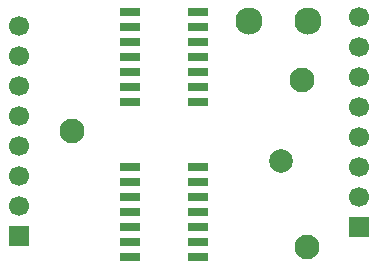
<source format=gbr>
%TF.GenerationSoftware,KiCad,Pcbnew,9.0.3*%
%TF.CreationDate,2025-08-21T17:44:14+02:00*%
%TF.ProjectId,Tri-State-Buffer,5472692d-5374-4617-9465-2d4275666665,rev?*%
%TF.SameCoordinates,Original*%
%TF.FileFunction,Soldermask,Top*%
%TF.FilePolarity,Negative*%
%FSLAX46Y46*%
G04 Gerber Fmt 4.6, Leading zero omitted, Abs format (unit mm)*
G04 Created by KiCad (PCBNEW 9.0.3) date 2025-08-21 17:44:14*
%MOMM*%
%LPD*%
G01*
G04 APERTURE LIST*
%ADD10C,2.100000*%
%ADD11R,1.700000X1.700000*%
%ADD12C,1.700000*%
%ADD13C,2.300000*%
%ADD14R,1.800000X0.700000*%
%ADD15C,2.000000*%
G04 APERTURE END LIST*
D10*
%TO.C,H3*%
X59600000Y-52500000D03*
%TD*%
%TO.C,H2*%
X59200000Y-38300000D03*
%TD*%
%TO.C,H1*%
X39750000Y-42600000D03*
%TD*%
D11*
%TO.C,J2*%
X64000000Y-50740000D03*
D12*
X64000000Y-48200000D03*
X64000000Y-45660000D03*
X64000000Y-43120000D03*
X64000000Y-40580000D03*
X64000000Y-38040000D03*
X64000000Y-35500000D03*
X64000000Y-32960000D03*
%TD*%
D13*
%TO.C,U1*%
X54750000Y-33300000D03*
X59750000Y-33300000D03*
%TD*%
D14*
%TO.C,Buffer1*%
X44650000Y-45730000D03*
X44650000Y-47000000D03*
X44650000Y-48270000D03*
X44650000Y-49540000D03*
X44650000Y-50810000D03*
X44650000Y-52080000D03*
X44650000Y-53350000D03*
X50365000Y-53350000D03*
X50365000Y-52080000D03*
X50365000Y-50810000D03*
X50365000Y-49540000D03*
X50365000Y-48270000D03*
X50365000Y-47000000D03*
X50365000Y-45730000D03*
%TD*%
D11*
%TO.C,J1*%
X35250000Y-51550000D03*
D12*
X35250000Y-49010000D03*
X35250000Y-46470000D03*
X35250000Y-43930000D03*
X35250000Y-41390000D03*
X35250000Y-38850000D03*
X35250000Y-36310000D03*
X35250000Y-33770000D03*
%TD*%
D14*
%TO.C,Buffer2*%
X44685000Y-32550000D03*
X44685000Y-33820000D03*
X44685000Y-35090000D03*
X44685000Y-36360000D03*
X44685000Y-37630000D03*
X44685000Y-38900000D03*
X44685000Y-40170000D03*
X50400000Y-40170000D03*
X50400000Y-38900000D03*
X50400000Y-37630000D03*
X50400000Y-36360000D03*
X50400000Y-35090000D03*
X50400000Y-33820000D03*
X50400000Y-32550000D03*
%TD*%
D15*
%TO.C,B1*%
X57450000Y-45200000D03*
%TD*%
M02*

</source>
